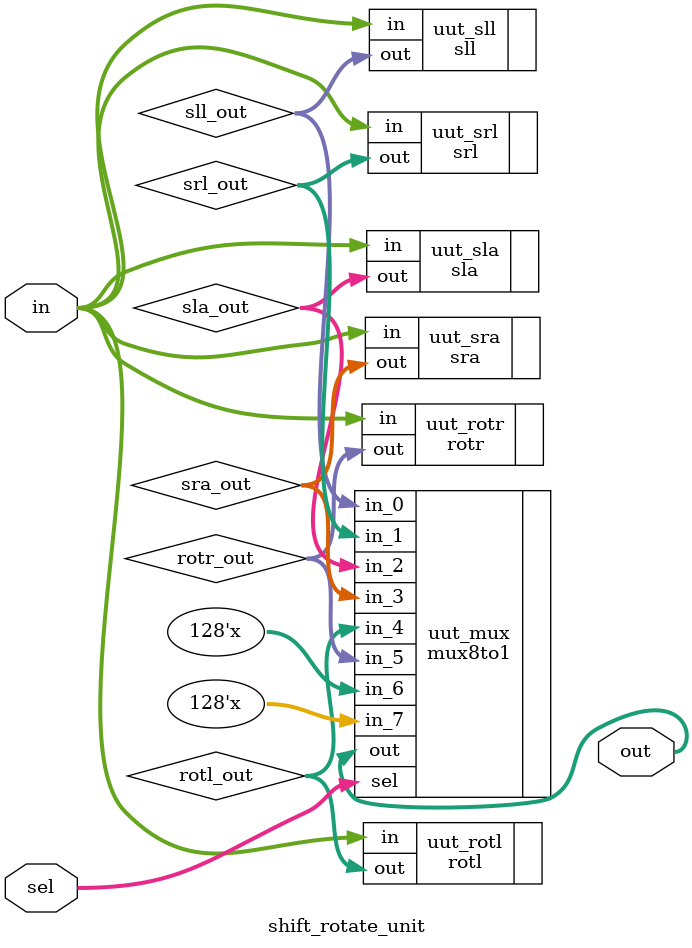
<source format=v>
module shift_rotate_unit (
  input [127:0]in,
  input [2:0]sel,
  output [127:0]out
);

  wire [127:0]sll_out;
  wire [127:0]srl_out;
  wire [127:0]sla_out;
  wire [127:0]sra_out;
  wire [127:0]rotl_out;
  wire [127:0]rotr_out;
  
  sll uut_sll (
    .in(in),
    .out(sll_out)
  );
  
  srl uut_srl (
    .in(in),
    .out(srl_out)
  );
  
  sla uut_sla (
    .in(in),
    .out(sla_out)
  );
  
  sra uut_sra (
    .in(in),
    .out(sra_out)
  );
  
  rotl uut_rotl (
    .in(in),
    .out(rotl_out)
  );
  
  rotr uut_rotr (
    .in(in),
    .out(rotr_out)
  );
  
  mux8to1 #(.w(128)) uut_mux (
    .in_0(sll_out),
    .in_1(srl_out),
    .in_2(sla_out),
    .in_3(sra_out),
    .in_4(rotl_out),
    .in_5(rotr_out),
    .in_6(128'bz),
    .in_7(128'bz),
    .sel(sel),
    .out(out)
  );
  
endmodule
</source>
